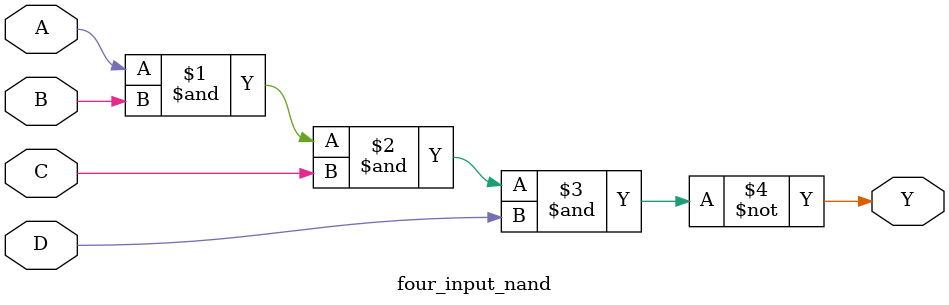
<source format=v>
module four_input_nand (
  input A,
  input B,
  input C,
  input D,
  output Y
);

  assign Y = ~ (A & B & C & D);

endmodule
</source>
